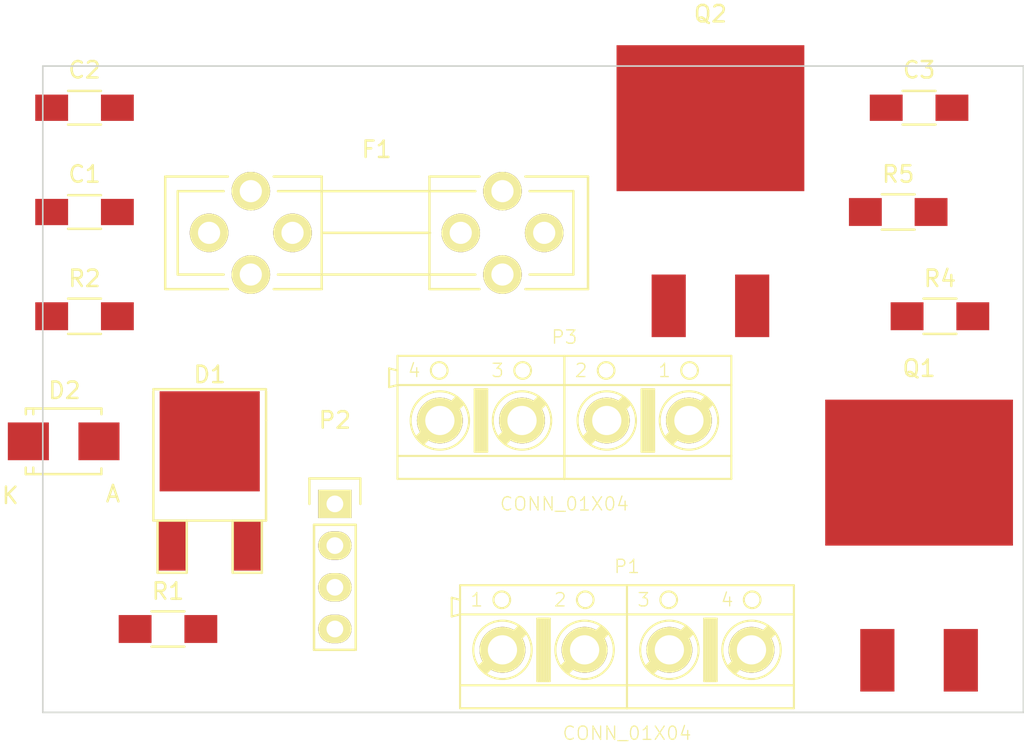
<source format=kicad_pcb>
(kicad_pcb (version 4) (host pcbnew 4.0.2-stable)

  (general
    (links 37)
    (no_connects 37)
    (area 101.6 91.44 162.56 132.08)
    (thickness 1.6)
    (drawings 4)
    (tracks 0)
    (zones 0)
    (modules 15)
    (nets 9)
  )

  (page A4)
  (layers
    (0 F.Cu signal)
    (31 B.Cu signal)
    (32 B.Adhes user)
    (33 F.Adhes user)
    (34 B.Paste user)
    (35 F.Paste user)
    (36 B.SilkS user)
    (37 F.SilkS user)
    (38 B.Mask user)
    (39 F.Mask user)
    (40 Dwgs.User user)
    (41 Cmts.User user)
    (42 Eco1.User user)
    (43 Eco2.User user)
    (44 Edge.Cuts user)
    (45 Margin user)
    (46 B.CrtYd user)
    (47 F.CrtYd user)
    (48 B.Fab user)
    (49 F.Fab user)
  )

  (setup
    (last_trace_width 0.25)
    (trace_clearance 0.2)
    (zone_clearance 0.508)
    (zone_45_only no)
    (trace_min 0.2)
    (segment_width 0.2)
    (edge_width 0.1)
    (via_size 0.6)
    (via_drill 0.4)
    (via_min_size 0.4)
    (via_min_drill 0.3)
    (uvia_size 0.3)
    (uvia_drill 0.1)
    (uvias_allowed no)
    (uvia_min_size 0.2)
    (uvia_min_drill 0.1)
    (pcb_text_width 0.3)
    (pcb_text_size 1.5 1.5)
    (mod_edge_width 0.15)
    (mod_text_size 1 1)
    (mod_text_width 0.15)
    (pad_size 1.5 1.5)
    (pad_drill 0.6)
    (pad_to_mask_clearance 0)
    (aux_axis_origin 104.648 130.048)
    (visible_elements 7FFFFFFF)
    (pcbplotparams
      (layerselection 0x010f0_80000001)
      (usegerberextensions false)
      (usegerberattributes true)
      (excludeedgelayer true)
      (linewidth 0.100000)
      (plotframeref false)
      (viasonmask false)
      (mode 1)
      (useauxorigin false)
      (hpglpennumber 1)
      (hpglpenspeed 20)
      (hpglpendiameter 15)
      (hpglpenoverlay 2)
      (psnegative false)
      (psa4output false)
      (plotreference true)
      (plotvalue true)
      (plotinvisibletext false)
      (padsonsilk false)
      (subtractmaskfromsilk false)
      (outputformat 1)
      (mirror false)
      (drillshape 0)
      (scaleselection 1)
      (outputdirectory gerbers/))
  )

  (net 0 "")
  (net 1 "/Input Measurement And Protection/RawPositive")
  (net 2 "/Input Measurement And Protection/PanelCurrentSenseHigh")
  (net 3 "/Input Measurement And Protection/Overvoltage")
  (net 4 "/Input Measurement And Protection/PanelVoltageSense+")
  (net 5 "/Input Measurement And Protection/PanelCurrentSenseLow")
  (net 6 "/Input Measurement And Protection/VoltageOK")
  (net 7 "/Input Measurement And Protection/InputPower")
  (net 8 "Net-(C3-Pad1)")

  (net_class Default "This is the default net class."
    (clearance 0.2)
    (trace_width 0.25)
    (via_dia 0.6)
    (via_drill 0.4)
    (uvia_dia 0.3)
    (uvia_drill 0.1)
    (add_net "/Input Measurement And Protection/InputPower")
    (add_net "/Input Measurement And Protection/Overvoltage")
    (add_net "/Input Measurement And Protection/PanelCurrentSenseHigh")
    (add_net "/Input Measurement And Protection/PanelCurrentSenseLow")
    (add_net "/Input Measurement And Protection/PanelVoltageSense+")
    (add_net "/Input Measurement And Protection/RawPositive")
    (add_net "/Input Measurement And Protection/VoltageOK")
    (add_net "Net-(C3-Pad1)")
  )

  (module Capacitors_SMD:C_1206_HandSoldering placed (layer F.Cu) (tedit 541A9C03) (tstamp 57137C31)
    (at 105.41 101.6)
    (descr "Capacitor SMD 1206, hand soldering")
    (tags "capacitor 1206")
    (path /55E0BF75/55E0D9E3)
    (attr smd)
    (fp_text reference C1 (at 0 -2.3) (layer F.SilkS)
      (effects (font (size 1 1) (thickness 0.15)))
    )
    (fp_text value 100n (at 0 2.3) (layer F.Fab)
      (effects (font (size 1 1) (thickness 0.15)))
    )
    (fp_line (start -3.3 -1.15) (end 3.3 -1.15) (layer F.CrtYd) (width 0.05))
    (fp_line (start -3.3 1.15) (end 3.3 1.15) (layer F.CrtYd) (width 0.05))
    (fp_line (start -3.3 -1.15) (end -3.3 1.15) (layer F.CrtYd) (width 0.05))
    (fp_line (start 3.3 -1.15) (end 3.3 1.15) (layer F.CrtYd) (width 0.05))
    (fp_line (start 1 -1.025) (end -1 -1.025) (layer F.SilkS) (width 0.15))
    (fp_line (start -1 1.025) (end 1 1.025) (layer F.SilkS) (width 0.15))
    (pad 1 smd rect (at -2 0) (size 2 1.6) (layers F.Cu F.Paste F.Mask)
      (net 7 "/Input Measurement And Protection/InputPower"))
    (pad 2 smd rect (at 2 0) (size 2 1.6) (layers F.Cu F.Paste F.Mask)
      (net 2 "/Input Measurement And Protection/PanelCurrentSenseHigh"))
    (model Capacitors_SMD.3dshapes/C_1206_HandSoldering.wrl
      (at (xyz 0 0 0))
      (scale (xyz 1 1 1))
      (rotate (xyz 0 0 0))
    )
  )

  (module Capacitors_SMD:C_1206_HandSoldering placed (layer F.Cu) (tedit 541A9C03) (tstamp 57137C3D)
    (at 105.41 95.25)
    (descr "Capacitor SMD 1206, hand soldering")
    (tags "capacitor 1206")
    (path /55E0BF75/55E0D9F1)
    (attr smd)
    (fp_text reference C2 (at 0 -2.3) (layer F.SilkS)
      (effects (font (size 1 1) (thickness 0.15)))
    )
    (fp_text value 47n (at 0 2.3) (layer F.Fab)
      (effects (font (size 1 1) (thickness 0.15)))
    )
    (fp_line (start -3.3 -1.15) (end 3.3 -1.15) (layer F.CrtYd) (width 0.05))
    (fp_line (start -3.3 1.15) (end 3.3 1.15) (layer F.CrtYd) (width 0.05))
    (fp_line (start -3.3 -1.15) (end -3.3 1.15) (layer F.CrtYd) (width 0.05))
    (fp_line (start 3.3 -1.15) (end 3.3 1.15) (layer F.CrtYd) (width 0.05))
    (fp_line (start 1 -1.025) (end -1 -1.025) (layer F.SilkS) (width 0.15))
    (fp_line (start -1 1.025) (end 1 1.025) (layer F.SilkS) (width 0.15))
    (pad 1 smd rect (at -2 0) (size 2 1.6) (layers F.Cu F.Paste F.Mask)
      (net 3 "/Input Measurement And Protection/Overvoltage"))
    (pad 2 smd rect (at 2 0) (size 2 1.6) (layers F.Cu F.Paste F.Mask)
      (net 2 "/Input Measurement And Protection/PanelCurrentSenseHigh"))
    (model Capacitors_SMD.3dshapes/C_1206_HandSoldering.wrl
      (at (xyz 0 0 0))
      (scale (xyz 1 1 1))
      (rotate (xyz 0 0 0))
    )
  )

  (module Capacitors_SMD:C_1206_HandSoldering placed (layer F.Cu) (tedit 541A9C03) (tstamp 57137C49)
    (at 156.21 95.25)
    (descr "Capacitor SMD 1206, hand soldering")
    (tags "capacitor 1206")
    (path /55E0BF75/55EBF3A1)
    (attr smd)
    (fp_text reference C3 (at 0 -2.3) (layer F.SilkS)
      (effects (font (size 1 1) (thickness 0.15)))
    )
    (fp_text value 10u (at 0 2.3) (layer F.Fab)
      (effects (font (size 1 1) (thickness 0.15)))
    )
    (fp_line (start -3.3 -1.15) (end 3.3 -1.15) (layer F.CrtYd) (width 0.05))
    (fp_line (start -3.3 1.15) (end 3.3 1.15) (layer F.CrtYd) (width 0.05))
    (fp_line (start -3.3 -1.15) (end -3.3 1.15) (layer F.CrtYd) (width 0.05))
    (fp_line (start 3.3 -1.15) (end 3.3 1.15) (layer F.CrtYd) (width 0.05))
    (fp_line (start 1 -1.025) (end -1 -1.025) (layer F.SilkS) (width 0.15))
    (fp_line (start -1 1.025) (end 1 1.025) (layer F.SilkS) (width 0.15))
    (pad 1 smd rect (at -2 0) (size 2 1.6) (layers F.Cu F.Paste F.Mask)
      (net 8 "Net-(C3-Pad1)"))
    (pad 2 smd rect (at 2 0) (size 2 1.6) (layers F.Cu F.Paste F.Mask)
      (net 2 "/Input Measurement And Protection/PanelCurrentSenseHigh"))
    (model Capacitors_SMD.3dshapes/C_1206_HandSoldering.wrl
      (at (xyz 0 0 0))
      (scale (xyz 1 1 1))
      (rotate (xyz 0 0 0))
    )
  )

  (module "TO SOT SMD:TO-252-2Lead" placed (layer F.Cu) (tedit 0) (tstamp 57137C5B)
    (at 113.03 121.92)
    (descr "DPAK / TO-252 2-lead smd package")
    (tags "dpak TO-252")
    (path /55E0BF75/567D7FA2)
    (attr smd)
    (fp_text reference D1 (at 0 -10.414) (layer F.SilkS)
      (effects (font (size 1 1) (thickness 0.15)))
    )
    (fp_text value 12A (at 0 -2.413) (layer F.Fab)
      (effects (font (size 1 1) (thickness 0.15)))
    )
    (fp_line (start 1.397 -1.524) (end 1.397 1.651) (layer F.SilkS) (width 0.15))
    (fp_line (start 1.397 1.651) (end 3.175 1.651) (layer F.SilkS) (width 0.15))
    (fp_line (start 3.175 1.651) (end 3.175 -1.524) (layer F.SilkS) (width 0.15))
    (fp_line (start -3.175 -1.524) (end -3.175 1.651) (layer F.SilkS) (width 0.15))
    (fp_line (start -3.175 1.651) (end -1.397 1.651) (layer F.SilkS) (width 0.15))
    (fp_line (start -1.397 1.651) (end -1.397 -1.524) (layer F.SilkS) (width 0.15))
    (fp_line (start 3.429 -7.62) (end 3.429 -1.524) (layer F.SilkS) (width 0.15))
    (fp_line (start 3.429 -1.524) (end -3.429 -1.524) (layer F.SilkS) (width 0.15))
    (fp_line (start -3.429 -1.524) (end -3.429 -9.398) (layer F.SilkS) (width 0.15))
    (fp_line (start -3.429 -9.525) (end 3.429 -9.525) (layer F.SilkS) (width 0.15))
    (fp_line (start 3.429 -9.398) (end 3.429 -7.62) (layer F.SilkS) (width 0.15))
    (pad 1 smd rect (at -2.286 0) (size 1.651 3.048) (layers F.Cu F.Paste F.Mask)
      (net 4 "/Input Measurement And Protection/PanelVoltageSense+"))
    (pad 2 smd rect (at 0 -6.35) (size 6.096 6.096) (layers F.Cu F.Paste F.Mask)
      (net 7 "/Input Measurement And Protection/InputPower"))
    (pad 3 smd rect (at 2.286 0) (size 1.651 3.048) (layers F.Cu F.Paste F.Mask)
      (net 4 "/Input Measurement And Protection/PanelVoltageSense+"))
    (model TO_SOT_Packages_SMD.3dshapes/TO-252-2Lead.wrl
      (at (xyz 0 0 0))
      (scale (xyz 1 1 1))
      (rotate (xyz 0 0 0))
    )
  )

  (module "Diodes SMD:SMB_Standard" placed (layer F.Cu) (tedit 552FF363) (tstamp 57137C77)
    (at 104.14 115.57)
    (descr "Diode SMB Standard")
    (tags "Diode SMB Standard")
    (path /55E0BF75/55E0D9D5)
    (attr smd)
    (fp_text reference D2 (at 0.05 -3.1) (layer F.SilkS)
      (effects (font (size 1 1) (thickness 0.15)))
    )
    (fp_text value 22V (at 0.05 4.7) (layer F.Fab)
      (effects (font (size 1 1) (thickness 0.15)))
    )
    (fp_line (start -3.65 -2.25) (end 3.65 -2.25) (layer F.CrtYd) (width 0.05))
    (fp_line (start 3.65 -2.25) (end 3.65 2.25) (layer F.CrtYd) (width 0.05))
    (fp_line (start 3.65 2.25) (end -3.65 2.25) (layer F.CrtYd) (width 0.05))
    (fp_line (start -3.65 2.25) (end -3.65 -2.25) (layer F.CrtYd) (width 0.05))
    (fp_text user K (at -3.25 3.3) (layer F.SilkS)
      (effects (font (size 1 1) (thickness 0.15)))
    )
    (fp_text user A (at 3 3.2) (layer F.SilkS)
      (effects (font (size 1 1) (thickness 0.15)))
    )
    (fp_line (start -2.30632 1.8) (end -2.30632 1.6002) (layer F.SilkS) (width 0.15))
    (fp_line (start -1.84928 1.75) (end -1.84928 1.601) (layer F.SilkS) (width 0.15))
    (fp_line (start 2.29616 1.8) (end 2.29616 1.651) (layer F.SilkS) (width 0.15))
    (fp_line (start -2.30124 -1.8) (end -2.30124 -1.651) (layer F.SilkS) (width 0.15))
    (fp_line (start -1.84928 -1.8) (end -1.84928 -1.651) (layer F.SilkS) (width 0.15))
    (fp_line (start 2.30124 -1.8) (end 2.30124 -1.651) (layer F.SilkS) (width 0.15))
    (fp_circle (center 0 0) (end 0.44958 0.09906) (layer F.Adhes) (width 0.381))
    (fp_circle (center 0 0) (end 0.20066 0.09906) (layer F.Adhes) (width 0.381))
    (fp_line (start -1.84928 1.94898) (end -1.84928 1.75086) (layer F.SilkS) (width 0.15))
    (fp_line (start -1.84928 -1.99898) (end -1.84928 -1.80086) (layer F.SilkS) (width 0.15))
    (fp_line (start 2.29616 1.99644) (end 2.29616 1.79832) (layer F.SilkS) (width 0.15))
    (fp_line (start -2.30632 1.99644) (end 2.29616 1.99644) (layer F.SilkS) (width 0.15))
    (fp_line (start -2.30632 1.99644) (end -2.30632 1.79832) (layer F.SilkS) (width 0.15))
    (fp_line (start -2.30124 -1.99898) (end -2.30124 -1.80086) (layer F.SilkS) (width 0.15))
    (fp_line (start -2.30124 -1.99898) (end 2.30124 -1.99898) (layer F.SilkS) (width 0.15))
    (fp_line (start 2.30124 -1.99898) (end 2.30124 -1.80086) (layer F.SilkS) (width 0.15))
    (pad 1 smd rect (at -2.14884 0) (size 2.49936 2.30124) (layers F.Cu F.Paste F.Mask)
      (net 7 "/Input Measurement And Protection/InputPower"))
    (pad 2 smd rect (at 2.14884 0) (size 2.49936 2.30124) (layers F.Cu F.Paste F.Mask)
      (net 3 "/Input Measurement And Protection/Overvoltage"))
    (model Diodes_SMD.3dshapes/SMB_Standard.wrl
      (at (xyz 0 0 0))
      (scale (xyz 0.3937 0.3937 0.3937))
      (rotate (xyz 0 0 180))
    )
  )

  (module Fuse_Holders_and_Fuses:Fuseholder5x20_horiz_open_universal_Type-III placed (layer F.Cu) (tedit 0) (tstamp 57137CA2)
    (at 123.19 102.87)
    (descr "Fuseholder, 5x20, open, horizontal, Type-III, universal, inline, lateral,")
    (tags "Fuseholder, 5x20, open, horizontal, Type-III, universal, inline, lateral, Sicherungshalter, offen,")
    (path /55E0BF75/55E0D9DC)
    (fp_text reference F1 (at 0 -5.08) (layer F.SilkS)
      (effects (font (size 1 1) (thickness 0.15)))
    )
    (fp_text value 8A (at 2.54 6.35) (layer F.Fab)
      (effects (font (size 1 1) (thickness 0.15)))
    )
    (fp_line (start -3.2512 0) (end 3.2512 0) (layer F.SilkS) (width 0.15))
    (fp_line (start -3.3401 3.429) (end -6.2611 3.429) (layer F.SilkS) (width 0.15))
    (fp_line (start -12.8651 3.429) (end -9.0551 3.429) (layer F.SilkS) (width 0.15))
    (fp_line (start -12.1031 2.54) (end -9.3091 2.54) (layer F.SilkS) (width 0.15))
    (fp_line (start -3.3401 2.54) (end -6.0071 2.54) (layer F.SilkS) (width 0.15))
    (fp_line (start -12.8651 -3.429) (end -9.0551 -3.429) (layer F.SilkS) (width 0.15))
    (fp_line (start -12.1031 -2.54) (end -9.3091 -2.54) (layer F.SilkS) (width 0.15))
    (fp_line (start -3.3401 -3.429) (end -6.2611 -3.429) (layer F.SilkS) (width 0.15))
    (fp_line (start -3.3401 -2.54) (end -6.0071 -2.54) (layer F.SilkS) (width 0.15))
    (fp_line (start 3.21564 -3.429) (end 6.26364 -3.429) (layer F.SilkS) (width 0.15))
    (fp_line (start 3.21564 -2.54) (end 6.00964 -2.54) (layer F.SilkS) (width 0.15))
    (fp_line (start 3.21564 2.54) (end 6.00964 2.54) (layer F.SilkS) (width 0.15))
    (fp_line (start 3.21564 3.429) (end 6.26364 3.429) (layer F.SilkS) (width 0.15))
    (fp_line (start 12.86764 3.429) (end 9.05764 3.429) (layer F.SilkS) (width 0.15))
    (fp_line (start 11.97864 2.54) (end 9.31164 2.54) (layer F.SilkS) (width 0.15))
    (fp_line (start 12.86764 -3.429) (end 9.05764 -3.429) (layer F.SilkS) (width 0.15))
    (fp_line (start 11.97864 -2.54) (end 9.31164 -2.54) (layer F.SilkS) (width 0.15))
    (fp_line (start 12.86764 -3.429) (end 12.86764 3.429) (layer F.SilkS) (width 0.15))
    (fp_line (start 3.21564 3.429) (end 3.21564 2.54) (layer F.SilkS) (width 0.15))
    (fp_line (start 3.21564 -3.429) (end 3.21564 -2.54) (layer F.SilkS) (width 0.15))
    (fp_line (start -12.86764 -3.429) (end -12.86764 3.429) (layer F.SilkS) (width 0.15))
    (fp_line (start -3.34264 3.429) (end -3.34264 2.54) (layer F.SilkS) (width 0.15))
    (fp_line (start -3.34264 -3.429) (end -3.34264 -2.413) (layer F.SilkS) (width 0.15))
    (fp_line (start 5.715 2.54) (end -5.969 2.54) (layer F.SilkS) (width 0.15))
    (fp_line (start -5.842 -2.54) (end 5.715 -2.54) (layer F.SilkS) (width 0.15))
    (fp_line (start -3.34264 0) (end -3.34264 -2.54) (layer F.SilkS) (width 0.15))
    (fp_line (start -12.10564 -2.54) (end -12.10564 2.54) (layer F.SilkS) (width 0.15))
    (fp_line (start -3.34264 2.54) (end -3.34264 0) (layer F.SilkS) (width 0.15))
    (fp_line (start 3.21564 0) (end 3.21564 -2.54) (layer F.SilkS) (width 0.15))
    (fp_line (start 11.9761 -2.54) (end 11.9761 2.54) (layer F.SilkS) (width 0.15))
    (fp_line (start 3.21564 2.54) (end 3.21564 0) (layer F.SilkS) (width 0.15))
    (pad 2 thru_hole circle (at 5.12064 0) (size 2.3495 2.3495) (drill 1.34874) (layers *.Cu *.Mask F.SilkS)
      (net 4 "/Input Measurement And Protection/PanelVoltageSense+"))
    (pad 2 thru_hole circle (at 10.20064 0) (size 2.3495 2.3495) (drill 1.34874) (layers *.Cu *.Mask F.SilkS)
      (net 4 "/Input Measurement And Protection/PanelVoltageSense+"))
    (pad 1 thru_hole circle (at -5.1181 0) (size 2.3495 2.3495) (drill 1.34874) (layers *.Cu *.Mask F.SilkS)
      (net 4 "/Input Measurement And Protection/PanelVoltageSense+"))
    (pad 1 thru_hole circle (at -10.1981 0) (size 2.3495 2.3495) (drill 1.34874) (layers *.Cu *.Mask F.SilkS)
      (net 4 "/Input Measurement And Protection/PanelVoltageSense+"))
    (pad 2 thru_hole circle (at 7.66064 -2.54) (size 2.3495 2.3495) (drill 1.34874) (layers *.Cu *.Mask F.SilkS)
      (net 4 "/Input Measurement And Protection/PanelVoltageSense+"))
    (pad 2 thru_hole circle (at 7.66064 2.54) (size 2.3495 2.3495) (drill 1.34874) (layers *.Cu *.Mask F.SilkS)
      (net 4 "/Input Measurement And Protection/PanelVoltageSense+"))
    (pad 1 thru_hole circle (at -7.6581 -2.54) (size 2.3495 2.3495) (drill 1.34874) (layers *.Cu *.Mask F.SilkS)
      (net 4 "/Input Measurement And Protection/PanelVoltageSense+"))
    (pad 1 thru_hole circle (at -7.6581 2.54) (size 2.3495 2.3495) (drill 1.34874) (layers *.Cu *.Mask F.SilkS)
      (net 4 "/Input Measurement And Protection/PanelVoltageSense+"))
  )

  (module ab2_terminal_block:AB2_TB_04_RA_5MM_L-GRN placed (layer F.Cu) (tedit 52A8C490) (tstamp 57137CEB)
    (at 138.43 128.27)
    (path /567D65AA)
    (fp_text reference P1 (at 0 -5.08) (layer F.SilkS)
      (effects (font (size 0.8128 0.8128) (thickness 0.0762)))
    )
    (fp_text value CONN_01X04 (at 0 5.08) (layer F.SilkS)
      (effects (font (size 0.8128 0.8128) (thickness 0.0762)))
    )
    (fp_line (start -10.668 -3.175) (end -10.16 -3.048) (layer F.SilkS) (width 0.127))
    (fp_line (start -10.668 -2.032) (end -10.668 -3.175) (layer F.SilkS) (width 0.127))
    (fp_line (start -10.16 -2.159) (end -10.668 -2.032) (layer F.SilkS) (width 0.127))
    (fp_line (start 4.699 1.905) (end 4.699 -1.905) (layer F.SilkS) (width 0.127))
    (fp_line (start 5.461 1.905) (end 4.699 1.905) (layer F.SilkS) (width 0.127))
    (fp_line (start 5.461 -1.905) (end 5.461 1.905) (layer F.SilkS) (width 0.127))
    (fp_line (start 4.699 -1.905) (end 5.461 -1.905) (layer F.SilkS) (width 0.127))
    (fp_line (start 4.826 -1.905) (end 4.826 1.905) (layer F.SilkS) (width 0.127))
    (fp_line (start 4.953 -1.905) (end 4.953 1.905) (layer F.SilkS) (width 0.127))
    (fp_line (start 5.08 -1.905) (end 5.08 1.905) (layer F.SilkS) (width 0.127))
    (fp_line (start 5.207 -1.905) (end 5.207 1.905) (layer F.SilkS) (width 0.127))
    (fp_line (start 5.334 -1.905) (end 5.334 1.905) (layer F.SilkS) (width 0.127))
    (fp_line (start 0 2.159) (end 0 -2.159) (layer F.SilkS) (width 0.127))
    (fp_line (start 10.16 2.159) (end 0 2.159) (layer F.SilkS) (width 0.127))
    (fp_line (start 10.16 -2.159) (end 10.16 2.159) (layer F.SilkS) (width 0.127))
    (fp_line (start 0 -2.159) (end 10.16 -2.159) (layer F.SilkS) (width 0.127))
    (fp_circle (center 2.58 0) (end 2.58 -1.778) (layer F.SilkS) (width 0.127))
    (fp_line (start 1.437 1.143) (end 3.723 -1.143) (layer F.SilkS) (width 0.381))
    (fp_line (start 3.85 -1.016) (end 1.564 1.27) (layer F.SilkS) (width 0.381))
    (fp_line (start 1.31 1.016) (end 3.596 -1.27) (layer F.SilkS) (width 0.381))
    (fp_line (start 6.31 1.016) (end 8.596 -1.27) (layer F.SilkS) (width 0.381))
    (fp_line (start 8.85 -1.016) (end 6.564 1.27) (layer F.SilkS) (width 0.381))
    (fp_line (start 6.437 1.143) (end 8.723 -1.143) (layer F.SilkS) (width 0.381))
    (fp_circle (center 7.58 0) (end 7.58 -1.778) (layer F.SilkS) (width 0.127))
    (fp_line (start 10.16 3.556) (end 10.16 2.159) (layer F.SilkS) (width 0.127))
    (fp_line (start 0 3.556) (end 10.16 3.556) (layer F.SilkS) (width 0.127))
    (fp_line (start 0 2.159) (end 0 3.556) (layer F.SilkS) (width 0.127))
    (fp_line (start 10.16 -3.937) (end 10.16 -2.159) (layer F.SilkS) (width 0.127))
    (fp_line (start 0 -3.937) (end 10.16 -3.937) (layer F.SilkS) (width 0.127))
    (fp_line (start 0 -2.159) (end 0 -3.937) (layer F.SilkS) (width 0.127))
    (fp_circle (center 2.54 -3.048) (end 2.54 -3.556) (layer F.SilkS) (width 0.127))
    (fp_circle (center 7.62 -3.048) (end 7.62 -3.556) (layer F.SilkS) (width 0.127))
    (fp_text user 3 (at 1.016 -3.048) (layer F.SilkS)
      (effects (font (size 0.8128 0.8128) (thickness 0.0762)))
    )
    (fp_text user 4 (at 6.096 -3.048) (layer F.SilkS)
      (effects (font (size 0.8128 0.8128) (thickness 0.0762)))
    )
    (fp_text user 2 (at -4.064 -3.048) (layer F.SilkS)
      (effects (font (size 0.8128 0.8128) (thickness 0.0762)))
    )
    (fp_text user 1 (at -9.144 -3.048) (layer F.SilkS)
      (effects (font (size 0.8128 0.8128) (thickness 0.0762)))
    )
    (fp_circle (center -2.54 -3.048) (end -2.54 -3.556) (layer F.SilkS) (width 0.127))
    (fp_circle (center -7.62 -3.048) (end -7.62 -3.556) (layer F.SilkS) (width 0.127))
    (fp_line (start -10.16 -2.159) (end -10.16 -3.937) (layer F.SilkS) (width 0.127))
    (fp_line (start -10.16 -3.937) (end 0 -3.937) (layer F.SilkS) (width 0.127))
    (fp_line (start 0 -3.937) (end 0 -2.159) (layer F.SilkS) (width 0.127))
    (fp_line (start -10.16 2.159) (end -10.16 3.556) (layer F.SilkS) (width 0.127))
    (fp_line (start -10.16 3.556) (end 0 3.556) (layer F.SilkS) (width 0.127))
    (fp_line (start 0 3.556) (end 0 2.159) (layer F.SilkS) (width 0.127))
    (fp_circle (center -2.58 0) (end -2.58 -1.778) (layer F.SilkS) (width 0.127))
    (fp_line (start -3.723 1.143) (end -1.437 -1.143) (layer F.SilkS) (width 0.381))
    (fp_line (start -1.31 -1.016) (end -3.596 1.27) (layer F.SilkS) (width 0.381))
    (fp_line (start -3.85 1.016) (end -1.564 -1.27) (layer F.SilkS) (width 0.381))
    (fp_line (start -8.85 1.016) (end -6.564 -1.27) (layer F.SilkS) (width 0.381))
    (fp_line (start -6.31 -1.016) (end -8.596 1.27) (layer F.SilkS) (width 0.381))
    (fp_line (start -8.723 1.143) (end -6.437 -1.143) (layer F.SilkS) (width 0.381))
    (fp_circle (center -7.58 0) (end -7.58 -1.778) (layer F.SilkS) (width 0.127))
    (fp_line (start -10.16 -2.159) (end 0 -2.159) (layer F.SilkS) (width 0.127))
    (fp_line (start 0 -2.159) (end 0 2.159) (layer F.SilkS) (width 0.127))
    (fp_line (start 0 2.159) (end -10.16 2.159) (layer F.SilkS) (width 0.127))
    (fp_line (start -10.16 2.159) (end -10.16 -2.159) (layer F.SilkS) (width 0.127))
    (fp_line (start -4.826 -1.905) (end -4.826 1.905) (layer F.SilkS) (width 0.127))
    (fp_line (start -4.953 -1.905) (end -4.953 1.905) (layer F.SilkS) (width 0.127))
    (fp_line (start -5.08 -1.905) (end -5.08 1.905) (layer F.SilkS) (width 0.127))
    (fp_line (start -5.207 -1.905) (end -5.207 1.905) (layer F.SilkS) (width 0.127))
    (fp_line (start -5.334 -1.905) (end -5.334 1.905) (layer F.SilkS) (width 0.127))
    (fp_line (start -5.461 -1.905) (end -4.699 -1.905) (layer F.SilkS) (width 0.127))
    (fp_line (start -4.699 -1.905) (end -4.699 1.905) (layer F.SilkS) (width 0.127))
    (fp_line (start -4.699 1.905) (end -5.461 1.905) (layer F.SilkS) (width 0.127))
    (fp_line (start -5.461 1.905) (end -5.461 -1.905) (layer F.SilkS) (width 0.127))
    (pad 4 thru_hole circle (at 7.58 0) (size 2.794 2.794) (drill 1.778) (layers *.Cu *.Mask F.SilkS)
      (net 4 "/Input Measurement And Protection/PanelVoltageSense+"))
    (pad 3 thru_hole circle (at 2.58 0) (size 2.794 2.794) (drill 1.778) (layers *.Cu *.Mask F.SilkS)
      (net 4 "/Input Measurement And Protection/PanelVoltageSense+"))
    (pad 1 thru_hole circle (at -7.58 0) (size 2.794 2.794) (drill 1.778) (layers *.Cu *.Mask F.SilkS)
      (net 5 "/Input Measurement And Protection/PanelCurrentSenseLow"))
    (pad 2 thru_hole circle (at -2.58 0) (size 2.794 2.794) (drill 1.778) (layers *.Cu *.Mask F.SilkS)
      (net 5 "/Input Measurement And Protection/PanelCurrentSenseLow"))
    (model ab2_terminal_block/AB2_TB_02_RA_5MM-GRN.x3d
      (at (xyz -0.2 0 0))
      (scale (xyz 0.3937 0.3937 0.3937))
      (rotate (xyz 0 0 0))
    )
    (model ab2_terminal_block/AB2_TB_02_RA_5MM-GRN.x3d
      (at (xyz 0.2 0 0))
      (scale (xyz 0.3937 0.3937 0.3937))
      (rotate (xyz 0 0 0))
    )
  )

  (module "Pin Headers:Pin_Header_Straight_1x04" placed (layer F.Cu) (tedit 0) (tstamp 57137CFE)
    (at 120.65 119.38)
    (descr "Through hole pin header")
    (tags "pin header")
    (path /567D7139)
    (fp_text reference P2 (at 0 -5.1) (layer F.SilkS)
      (effects (font (size 1 1) (thickness 0.15)))
    )
    (fp_text value CONN_01X04 (at 0 -3.1) (layer F.Fab)
      (effects (font (size 1 1) (thickness 0.15)))
    )
    (fp_line (start -1.75 -1.75) (end -1.75 9.4) (layer F.CrtYd) (width 0.05))
    (fp_line (start 1.75 -1.75) (end 1.75 9.4) (layer F.CrtYd) (width 0.05))
    (fp_line (start -1.75 -1.75) (end 1.75 -1.75) (layer F.CrtYd) (width 0.05))
    (fp_line (start -1.75 9.4) (end 1.75 9.4) (layer F.CrtYd) (width 0.05))
    (fp_line (start -1.27 1.27) (end -1.27 8.89) (layer F.SilkS) (width 0.15))
    (fp_line (start 1.27 1.27) (end 1.27 8.89) (layer F.SilkS) (width 0.15))
    (fp_line (start 1.55 -1.55) (end 1.55 0) (layer F.SilkS) (width 0.15))
    (fp_line (start -1.27 8.89) (end 1.27 8.89) (layer F.SilkS) (width 0.15))
    (fp_line (start 1.27 1.27) (end -1.27 1.27) (layer F.SilkS) (width 0.15))
    (fp_line (start -1.55 0) (end -1.55 -1.55) (layer F.SilkS) (width 0.15))
    (fp_line (start -1.55 -1.55) (end 1.55 -1.55) (layer F.SilkS) (width 0.15))
    (pad 1 thru_hole rect (at 0 0) (size 2.032 1.7272) (drill 1.016) (layers *.Cu *.Mask F.SilkS)
      (net 2 "/Input Measurement And Protection/PanelCurrentSenseHigh"))
    (pad 2 thru_hole oval (at 0 2.54) (size 2.032 1.7272) (drill 1.016) (layers *.Cu *.Mask F.SilkS)
      (net 4 "/Input Measurement And Protection/PanelVoltageSense+"))
    (pad 3 thru_hole oval (at 0 5.08) (size 2.032 1.7272) (drill 1.016) (layers *.Cu *.Mask F.SilkS)
      (net 5 "/Input Measurement And Protection/PanelCurrentSenseLow"))
    (pad 4 thru_hole oval (at 0 7.62) (size 2.032 1.7272) (drill 1.016) (layers *.Cu *.Mask F.SilkS)
      (net 5 "/Input Measurement And Protection/PanelCurrentSenseLow"))
    (model Pin_Headers.3dshapes/Pin_Header_Straight_1x04.wrl
      (at (xyz 0 -0.15 0))
      (scale (xyz 1 1 1))
      (rotate (xyz 0 0 90))
    )
  )

  (module ab2_terminal_block:AB2_TB_04_RA_5MM_R-GRN placed (layer F.Cu) (tedit 52A8C49A) (tstamp 57137D47)
    (at 134.62 114.3)
    (path /567D6C88)
    (fp_text reference P3 (at 0 -5.08) (layer F.SilkS)
      (effects (font (size 0.8128 0.8128) (thickness 0.0762)))
    )
    (fp_text value CONN_01X04 (at 0 5.08) (layer F.SilkS)
      (effects (font (size 0.8128 0.8128) (thickness 0.0762)))
    )
    (fp_line (start -10.668 -3.175) (end -10.16 -3.048) (layer F.SilkS) (width 0.127))
    (fp_line (start -10.668 -2.032) (end -10.668 -3.175) (layer F.SilkS) (width 0.127))
    (fp_line (start -10.16 -2.159) (end -10.668 -2.032) (layer F.SilkS) (width 0.127))
    (fp_line (start 4.699 1.905) (end 4.699 -1.905) (layer F.SilkS) (width 0.127))
    (fp_line (start 5.461 1.905) (end 4.699 1.905) (layer F.SilkS) (width 0.127))
    (fp_line (start 5.461 -1.905) (end 5.461 1.905) (layer F.SilkS) (width 0.127))
    (fp_line (start 4.699 -1.905) (end 5.461 -1.905) (layer F.SilkS) (width 0.127))
    (fp_line (start 4.826 -1.905) (end 4.826 1.905) (layer F.SilkS) (width 0.127))
    (fp_line (start 4.953 -1.905) (end 4.953 1.905) (layer F.SilkS) (width 0.127))
    (fp_line (start 5.08 -1.905) (end 5.08 1.905) (layer F.SilkS) (width 0.127))
    (fp_line (start 5.207 -1.905) (end 5.207 1.905) (layer F.SilkS) (width 0.127))
    (fp_line (start 5.334 -1.905) (end 5.334 1.905) (layer F.SilkS) (width 0.127))
    (fp_line (start 0 2.159) (end 0 -2.159) (layer F.SilkS) (width 0.127))
    (fp_line (start 10.16 2.159) (end 0 2.159) (layer F.SilkS) (width 0.127))
    (fp_line (start 10.16 -2.159) (end 10.16 2.159) (layer F.SilkS) (width 0.127))
    (fp_line (start 0 -2.159) (end 10.16 -2.159) (layer F.SilkS) (width 0.127))
    (fp_circle (center 2.58 0) (end 2.58 -1.778) (layer F.SilkS) (width 0.127))
    (fp_line (start 1.437 1.143) (end 3.723 -1.143) (layer F.SilkS) (width 0.381))
    (fp_line (start 3.85 -1.016) (end 1.564 1.27) (layer F.SilkS) (width 0.381))
    (fp_line (start 1.31 1.016) (end 3.596 -1.27) (layer F.SilkS) (width 0.381))
    (fp_line (start 6.31 1.016) (end 8.596 -1.27) (layer F.SilkS) (width 0.381))
    (fp_line (start 8.85 -1.016) (end 6.564 1.27) (layer F.SilkS) (width 0.381))
    (fp_line (start 6.437 1.143) (end 8.723 -1.143) (layer F.SilkS) (width 0.381))
    (fp_circle (center 7.58 0) (end 7.58 -1.778) (layer F.SilkS) (width 0.127))
    (fp_line (start 10.16 3.556) (end 10.16 2.159) (layer F.SilkS) (width 0.127))
    (fp_line (start 0 3.556) (end 10.16 3.556) (layer F.SilkS) (width 0.127))
    (fp_line (start 0 2.159) (end 0 3.556) (layer F.SilkS) (width 0.127))
    (fp_line (start 10.16 -3.937) (end 10.16 -2.159) (layer F.SilkS) (width 0.127))
    (fp_line (start 0 -3.937) (end 10.16 -3.937) (layer F.SilkS) (width 0.127))
    (fp_line (start 0 -2.159) (end 0 -3.937) (layer F.SilkS) (width 0.127))
    (fp_circle (center 2.54 -3.048) (end 2.54 -3.556) (layer F.SilkS) (width 0.127))
    (fp_circle (center 7.62 -3.048) (end 7.62 -3.556) (layer F.SilkS) (width 0.127))
    (fp_text user 2 (at 1.016 -3.048) (layer F.SilkS)
      (effects (font (size 0.8128 0.8128) (thickness 0.0762)))
    )
    (fp_text user 1 (at 6.096 -3.048) (layer F.SilkS)
      (effects (font (size 0.8128 0.8128) (thickness 0.0762)))
    )
    (fp_text user 3 (at -4.064 -3.048) (layer F.SilkS)
      (effects (font (size 0.8128 0.8128) (thickness 0.0762)))
    )
    (fp_text user 4 (at -9.144 -3.048) (layer F.SilkS)
      (effects (font (size 0.8128 0.8128) (thickness 0.0762)))
    )
    (fp_circle (center -2.54 -3.048) (end -2.54 -3.556) (layer F.SilkS) (width 0.127))
    (fp_circle (center -7.62 -3.048) (end -7.62 -3.556) (layer F.SilkS) (width 0.127))
    (fp_line (start -10.16 -2.159) (end -10.16 -3.937) (layer F.SilkS) (width 0.127))
    (fp_line (start -10.16 -3.937) (end 0 -3.937) (layer F.SilkS) (width 0.127))
    (fp_line (start 0 -3.937) (end 0 -2.159) (layer F.SilkS) (width 0.127))
    (fp_line (start -10.16 2.159) (end -10.16 3.556) (layer F.SilkS) (width 0.127))
    (fp_line (start -10.16 3.556) (end 0 3.556) (layer F.SilkS) (width 0.127))
    (fp_line (start 0 3.556) (end 0 2.159) (layer F.SilkS) (width 0.127))
    (fp_circle (center -2.58 0) (end -2.58 -1.778) (layer F.SilkS) (width 0.127))
    (fp_line (start -3.723 1.143) (end -1.437 -1.143) (layer F.SilkS) (width 0.381))
    (fp_line (start -1.31 -1.016) (end -3.596 1.27) (layer F.SilkS) (width 0.381))
    (fp_line (start -3.85 1.016) (end -1.564 -1.27) (layer F.SilkS) (width 0.381))
    (fp_line (start -8.85 1.016) (end -6.564 -1.27) (layer F.SilkS) (width 0.381))
    (fp_line (start -6.31 -1.016) (end -8.596 1.27) (layer F.SilkS) (width 0.381))
    (fp_line (start -8.723 1.143) (end -6.437 -1.143) (layer F.SilkS) (width 0.381))
    (fp_circle (center -7.58 0) (end -7.58 -1.778) (layer F.SilkS) (width 0.127))
    (fp_line (start -10.16 -2.159) (end 0 -2.159) (layer F.SilkS) (width 0.127))
    (fp_line (start 0 -2.159) (end 0 2.159) (layer F.SilkS) (width 0.127))
    (fp_line (start 0 2.159) (end -10.16 2.159) (layer F.SilkS) (width 0.127))
    (fp_line (start -10.16 2.159) (end -10.16 -2.159) (layer F.SilkS) (width 0.127))
    (fp_line (start -4.826 -1.905) (end -4.826 1.905) (layer F.SilkS) (width 0.127))
    (fp_line (start -4.953 -1.905) (end -4.953 1.905) (layer F.SilkS) (width 0.127))
    (fp_line (start -5.08 -1.905) (end -5.08 1.905) (layer F.SilkS) (width 0.127))
    (fp_line (start -5.207 -1.905) (end -5.207 1.905) (layer F.SilkS) (width 0.127))
    (fp_line (start -5.334 -1.905) (end -5.334 1.905) (layer F.SilkS) (width 0.127))
    (fp_line (start -5.461 -1.905) (end -4.699 -1.905) (layer F.SilkS) (width 0.127))
    (fp_line (start -4.699 -1.905) (end -4.699 1.905) (layer F.SilkS) (width 0.127))
    (fp_line (start -4.699 1.905) (end -5.461 1.905) (layer F.SilkS) (width 0.127))
    (fp_line (start -5.461 1.905) (end -5.461 -1.905) (layer F.SilkS) (width 0.127))
    (pad 1 thru_hole circle (at 7.58 0) (size 2.794 2.794) (drill 1.778) (layers *.Cu *.Mask F.SilkS)
      (net 2 "/Input Measurement And Protection/PanelCurrentSenseHigh"))
    (pad 2 thru_hole circle (at 2.58 0) (size 2.794 2.794) (drill 1.778) (layers *.Cu *.Mask F.SilkS)
      (net 2 "/Input Measurement And Protection/PanelCurrentSenseHigh"))
    (pad 4 thru_hole circle (at -7.58 0) (size 2.794 2.794) (drill 1.778) (layers *.Cu *.Mask F.SilkS)
      (net 1 "/Input Measurement And Protection/RawPositive"))
    (pad 3 thru_hole circle (at -2.58 0) (size 2.794 2.794) (drill 1.778) (layers *.Cu *.Mask F.SilkS)
      (net 1 "/Input Measurement And Protection/RawPositive"))
    (model ab2_terminal_block/AB2_TB_02_RA_5MM-GRN.x3d
      (at (xyz -0.2 0 0))
      (scale (xyz 0.3937 0.3937 0.3937))
      (rotate (xyz 0 0 0))
    )
    (model ab2_terminal_block/AB2_TB_02_RA_5MM-GRN.x3d
      (at (xyz 0.2 0 0))
      (scale (xyz 0.3937 0.3937 0.3937))
      (rotate (xyz 0 0 0))
    )
  )

  (module cyplo's:D2PAK placed (layer F.Cu) (tedit 571379EF) (tstamp 57137D4E)
    (at 156.21 127)
    (path /55E0BF75/57135C98)
    (fp_text reference Q1 (at 0 -15.875 180) (layer F.SilkS)
      (effects (font (size 1 1) (thickness 0.15)))
    )
    (fp_text value Q_PMOS_GDS (at 0 -1.27) (layer F.Fab) hide
      (effects (font (size 1 1) (thickness 0.15)))
    )
    (pad 1 smd rect (at -2.54 1.905) (size 2.08 3.81) (layers F.Cu F.Paste F.Mask)
      (net 3 "/Input Measurement And Protection/Overvoltage"))
    (pad 2 smd rect (at 0 -9.525) (size 11.43 8.89) (layers F.Cu F.Paste F.Mask)
      (net 6 "/Input Measurement And Protection/VoltageOK"))
    (pad 3 smd rect (at 2.54 1.905) (size 2.08 3.81) (layers F.Cu F.Paste F.Mask)
      (net 2 "/Input Measurement And Protection/PanelCurrentSenseHigh"))
  )

  (module cyplo's:D2PAK placed (layer F.Cu) (tedit 571379EF) (tstamp 57137D55)
    (at 143.51 105.41)
    (path /55E0BF75/57135CD7)
    (fp_text reference Q2 (at 0 -15.875 180) (layer F.SilkS)
      (effects (font (size 1 1) (thickness 0.15)))
    )
    (fp_text value Q_PMOS_GDS (at 0 -1.27) (layer F.Fab) hide
      (effects (font (size 1 1) (thickness 0.15)))
    )
    (pad 1 smd rect (at -2.54 1.905) (size 2.08 3.81) (layers F.Cu F.Paste F.Mask)
      (net 8 "Net-(C3-Pad1)"))
    (pad 2 smd rect (at 0 -9.525) (size 11.43 8.89) (layers F.Cu F.Paste F.Mask)
      (net 7 "/Input Measurement And Protection/InputPower"))
    (pad 3 smd rect (at 2.54 1.905) (size 2.08 3.81) (layers F.Cu F.Paste F.Mask)
      (net 1 "/Input Measurement And Protection/RawPositive"))
  )

  (module Resistors_SMD:R_1206_HandSoldering placed (layer F.Cu) (tedit 5418A20D) (tstamp 57137D61)
    (at 110.49 127)
    (descr "Resistor SMD 1206, hand soldering")
    (tags "resistor 1206")
    (path /55E0BF75/56756EEE)
    (attr smd)
    (fp_text reference R1 (at 0 -2.3) (layer F.SilkS)
      (effects (font (size 1 1) (thickness 0.15)))
    )
    (fp_text value "0.01, 1W" (at 0 2.3) (layer F.Fab)
      (effects (font (size 1 1) (thickness 0.15)))
    )
    (fp_line (start -3.3 -1.2) (end 3.3 -1.2) (layer F.CrtYd) (width 0.05))
    (fp_line (start -3.3 1.2) (end 3.3 1.2) (layer F.CrtYd) (width 0.05))
    (fp_line (start -3.3 -1.2) (end -3.3 1.2) (layer F.CrtYd) (width 0.05))
    (fp_line (start 3.3 -1.2) (end 3.3 1.2) (layer F.CrtYd) (width 0.05))
    (fp_line (start 1 1.075) (end -1 1.075) (layer F.SilkS) (width 0.15))
    (fp_line (start -1 -1.075) (end 1 -1.075) (layer F.SilkS) (width 0.15))
    (pad 1 smd rect (at -2 0) (size 2 1.7) (layers F.Cu F.Paste F.Mask)
      (net 2 "/Input Measurement And Protection/PanelCurrentSenseHigh"))
    (pad 2 smd rect (at 2 0) (size 2 1.7) (layers F.Cu F.Paste F.Mask)
      (net 5 "/Input Measurement And Protection/PanelCurrentSenseLow"))
    (model Resistors_SMD.3dshapes/R_1206_HandSoldering.wrl
      (at (xyz 0 0 0))
      (scale (xyz 1 1 1))
      (rotate (xyz 0 0 0))
    )
  )

  (module Resistors_SMD:R_1206_HandSoldering placed (layer F.Cu) (tedit 5418A20D) (tstamp 57137D6D)
    (at 105.41 107.95)
    (descr "Resistor SMD 1206, hand soldering")
    (tags "resistor 1206")
    (path /55E0BF75/55E0D9EA)
    (attr smd)
    (fp_text reference R2 (at 0 -2.3) (layer F.SilkS)
      (effects (font (size 1 1) (thickness 0.15)))
    )
    (fp_text value 13k (at 0 2.3) (layer F.Fab)
      (effects (font (size 1 1) (thickness 0.15)))
    )
    (fp_line (start -3.3 -1.2) (end 3.3 -1.2) (layer F.CrtYd) (width 0.05))
    (fp_line (start -3.3 1.2) (end 3.3 1.2) (layer F.CrtYd) (width 0.05))
    (fp_line (start -3.3 -1.2) (end -3.3 1.2) (layer F.CrtYd) (width 0.05))
    (fp_line (start 3.3 -1.2) (end 3.3 1.2) (layer F.CrtYd) (width 0.05))
    (fp_line (start 1 1.075) (end -1 1.075) (layer F.SilkS) (width 0.15))
    (fp_line (start -1 -1.075) (end 1 -1.075) (layer F.SilkS) (width 0.15))
    (pad 1 smd rect (at -2 0) (size 2 1.7) (layers F.Cu F.Paste F.Mask)
      (net 3 "/Input Measurement And Protection/Overvoltage"))
    (pad 2 smd rect (at 2 0) (size 2 1.7) (layers F.Cu F.Paste F.Mask)
      (net 2 "/Input Measurement And Protection/PanelCurrentSenseHigh"))
    (model Resistors_SMD.3dshapes/R_1206_HandSoldering.wrl
      (at (xyz 0 0 0))
      (scale (xyz 1 1 1))
      (rotate (xyz 0 0 0))
    )
  )

  (module Resistors_SMD:R_1206_HandSoldering placed (layer F.Cu) (tedit 5418A20D) (tstamp 57137D79)
    (at 157.48 107.95)
    (descr "Resistor SMD 1206, hand soldering")
    (tags "resistor 1206")
    (path /55E0BF75/55E0DA0D)
    (attr smd)
    (fp_text reference R4 (at 0 -2.3) (layer F.SilkS)
      (effects (font (size 1 1) (thickness 0.15)))
    )
    (fp_text value 1M (at 0 2.3) (layer F.Fab)
      (effects (font (size 1 1) (thickness 0.15)))
    )
    (fp_line (start -3.3 -1.2) (end 3.3 -1.2) (layer F.CrtYd) (width 0.05))
    (fp_line (start -3.3 1.2) (end 3.3 1.2) (layer F.CrtYd) (width 0.05))
    (fp_line (start -3.3 -1.2) (end -3.3 1.2) (layer F.CrtYd) (width 0.05))
    (fp_line (start 3.3 -1.2) (end 3.3 1.2) (layer F.CrtYd) (width 0.05))
    (fp_line (start 1 1.075) (end -1 1.075) (layer F.SilkS) (width 0.15))
    (fp_line (start -1 -1.075) (end 1 -1.075) (layer F.SilkS) (width 0.15))
    (pad 1 smd rect (at -2 0) (size 2 1.7) (layers F.Cu F.Paste F.Mask)
      (net 6 "/Input Measurement And Protection/VoltageOK"))
    (pad 2 smd rect (at 2 0) (size 2 1.7) (layers F.Cu F.Paste F.Mask)
      (net 2 "/Input Measurement And Protection/PanelCurrentSenseHigh"))
    (model Resistors_SMD.3dshapes/R_1206_HandSoldering.wrl
      (at (xyz 0 0 0))
      (scale (xyz 1 1 1))
      (rotate (xyz 0 0 0))
    )
  )

  (module Resistors_SMD:R_1206_HandSoldering placed (layer F.Cu) (tedit 5418A20D) (tstamp 57137D85)
    (at 154.94 101.6)
    (descr "Resistor SMD 1206, hand soldering")
    (tags "resistor 1206")
    (path /55E0BF75/55E0DA14)
    (attr smd)
    (fp_text reference R5 (at 0 -2.3) (layer F.SilkS)
      (effects (font (size 1 1) (thickness 0.15)))
    )
    (fp_text value 1k (at 0 2.3) (layer F.Fab)
      (effects (font (size 1 1) (thickness 0.15)))
    )
    (fp_line (start -3.3 -1.2) (end 3.3 -1.2) (layer F.CrtYd) (width 0.05))
    (fp_line (start -3.3 1.2) (end 3.3 1.2) (layer F.CrtYd) (width 0.05))
    (fp_line (start -3.3 -1.2) (end -3.3 1.2) (layer F.CrtYd) (width 0.05))
    (fp_line (start 3.3 -1.2) (end 3.3 1.2) (layer F.CrtYd) (width 0.05))
    (fp_line (start 1 1.075) (end -1 1.075) (layer F.SilkS) (width 0.15))
    (fp_line (start -1 -1.075) (end 1 -1.075) (layer F.SilkS) (width 0.15))
    (pad 1 smd rect (at -2 0) (size 2 1.7) (layers F.Cu F.Paste F.Mask)
      (net 8 "Net-(C3-Pad1)"))
    (pad 2 smd rect (at 2 0) (size 2 1.7) (layers F.Cu F.Paste F.Mask)
      (net 6 "/Input Measurement And Protection/VoltageOK"))
    (model Resistors_SMD.3dshapes/R_1206_HandSoldering.wrl
      (at (xyz 0 0 0))
      (scale (xyz 1 1 1))
      (rotate (xyz 0 0 0))
    )
  )

  (gr_line (start 102.87 92.71) (end 102.87 132.08) (angle 90) (layer Edge.Cuts) (width 0.1))
  (gr_line (start 162.56 92.71) (end 102.87 92.71) (angle 90) (layer Edge.Cuts) (width 0.1))
  (gr_line (start 162.56 132.08) (end 162.56 92.71) (angle 90) (layer Edge.Cuts) (width 0.1))
  (gr_line (start 102.87 132.08) (end 162.56 132.08) (angle 90) (layer Edge.Cuts) (width 0.1))

)

</source>
